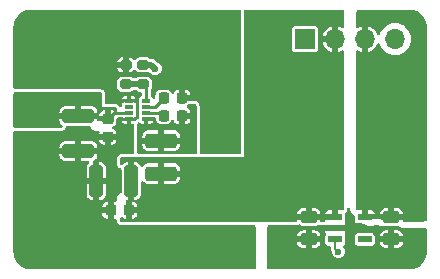
<source format=gtl>
G04 #@! TF.GenerationSoftware,KiCad,Pcbnew,8.0.8*
G04 #@! TF.CreationDate,2025-05-20T11:36:56-04:00*
G04 #@! TF.ProjectId,project-TPS62933-breakout,70726f6a-6563-4742-9d54-505336323933,rev?*
G04 #@! TF.SameCoordinates,Original*
G04 #@! TF.FileFunction,Copper,L1,Top*
G04 #@! TF.FilePolarity,Positive*
%FSLAX46Y46*%
G04 Gerber Fmt 4.6, Leading zero omitted, Abs format (unit mm)*
G04 Created by KiCad (PCBNEW 8.0.8) date 2025-05-20 11:36:56*
%MOMM*%
%LPD*%
G01*
G04 APERTURE LIST*
G04 Aperture macros list*
%AMRoundRect*
0 Rectangle with rounded corners*
0 $1 Rounding radius*
0 $2 $3 $4 $5 $6 $7 $8 $9 X,Y pos of 4 corners*
0 Add a 4 corners polygon primitive as box body*
4,1,4,$2,$3,$4,$5,$6,$7,$8,$9,$2,$3,0*
0 Add four circle primitives for the rounded corners*
1,1,$1+$1,$2,$3*
1,1,$1+$1,$4,$5*
1,1,$1+$1,$6,$7*
1,1,$1+$1,$8,$9*
0 Add four rect primitives between the rounded corners*
20,1,$1+$1,$2,$3,$4,$5,0*
20,1,$1+$1,$4,$5,$6,$7,0*
20,1,$1+$1,$6,$7,$8,$9,0*
20,1,$1+$1,$8,$9,$2,$3,0*%
G04 Aperture macros list end*
G04 #@! TA.AperFunction,ComponentPad*
%ADD10R,1.700000X1.700000*%
G04 #@! TD*
G04 #@! TA.AperFunction,ComponentPad*
%ADD11O,1.700000X1.700000*%
G04 #@! TD*
G04 #@! TA.AperFunction,SMDPad,CuDef*
%ADD12RoundRect,0.250000X0.325000X1.100000X-0.325000X1.100000X-0.325000X-1.100000X0.325000X-1.100000X0*%
G04 #@! TD*
G04 #@! TA.AperFunction,SMDPad,CuDef*
%ADD13RoundRect,0.088500X-0.516500X-0.206500X0.516500X-0.206500X0.516500X0.206500X-0.516500X0.206500X0*%
G04 #@! TD*
G04 #@! TA.AperFunction,SMDPad,CuDef*
%ADD14RoundRect,0.200000X-0.275000X0.200000X-0.275000X-0.200000X0.275000X-0.200000X0.275000X0.200000X0*%
G04 #@! TD*
G04 #@! TA.AperFunction,SMDPad,CuDef*
%ADD15RoundRect,0.250000X-1.100000X0.325000X-1.100000X-0.325000X1.100000X-0.325000X1.100000X0.325000X0*%
G04 #@! TD*
G04 #@! TA.AperFunction,SMDPad,CuDef*
%ADD16RoundRect,0.225000X-0.250000X0.225000X-0.250000X-0.225000X0.250000X-0.225000X0.250000X0.225000X0*%
G04 #@! TD*
G04 #@! TA.AperFunction,SMDPad,CuDef*
%ADD17RoundRect,0.250000X-0.475000X0.250000X-0.475000X-0.250000X0.475000X-0.250000X0.475000X0.250000X0*%
G04 #@! TD*
G04 #@! TA.AperFunction,SMDPad,CuDef*
%ADD18R,0.660000X0.320000*%
G04 #@! TD*
G04 #@! TA.AperFunction,SMDPad,CuDef*
%ADD19RoundRect,0.250000X-1.075000X0.375000X-1.075000X-0.375000X1.075000X-0.375000X1.075000X0.375000X0*%
G04 #@! TD*
G04 #@! TA.AperFunction,SMDPad,CuDef*
%ADD20RoundRect,0.225000X0.225000X0.250000X-0.225000X0.250000X-0.225000X-0.250000X0.225000X-0.250000X0*%
G04 #@! TD*
G04 #@! TA.AperFunction,SMDPad,CuDef*
%ADD21RoundRect,0.225000X-0.225000X-0.250000X0.225000X-0.250000X0.225000X0.250000X-0.225000X0.250000X0*%
G04 #@! TD*
G04 #@! TA.AperFunction,SMDPad,CuDef*
%ADD22RoundRect,0.200000X0.275000X-0.200000X0.275000X0.200000X-0.275000X0.200000X-0.275000X-0.200000X0*%
G04 #@! TD*
G04 #@! TA.AperFunction,ViaPad*
%ADD23C,0.600000*%
G04 #@! TD*
G04 #@! TA.AperFunction,Conductor*
%ADD24C,0.200000*%
G04 #@! TD*
G04 #@! TA.AperFunction,Conductor*
%ADD25C,0.500000*%
G04 #@! TD*
G04 #@! TA.AperFunction,Conductor*
%ADD26C,0.260000*%
G04 #@! TD*
G04 APERTURE END LIST*
D10*
X48200000Y-21000000D03*
D11*
X50740000Y-21000000D03*
X53280000Y-21000000D03*
X55820000Y-21000000D03*
D12*
X33475000Y-33000000D03*
X30525000Y-33000000D03*
D13*
X50745000Y-36050000D03*
X50745000Y-37000000D03*
X50745000Y-37950000D03*
X53255000Y-37950000D03*
X53255000Y-36050000D03*
D14*
X34500000Y-23175000D03*
X34500000Y-24825000D03*
D15*
X29000000Y-27525000D03*
X29000000Y-30475000D03*
D16*
X31500000Y-27725000D03*
X31500000Y-29275000D03*
D17*
X55500000Y-36050000D03*
X55500000Y-37950000D03*
D18*
X33265000Y-26250000D03*
X33265000Y-26750000D03*
X33265000Y-27250000D03*
X33265000Y-27750000D03*
X34735000Y-27750000D03*
X34735000Y-27250000D03*
X34735000Y-26750000D03*
X34735000Y-26250000D03*
D19*
X36000000Y-29600000D03*
X36000000Y-32400000D03*
D20*
X33275000Y-35500000D03*
X31725000Y-35500000D03*
D21*
X36225000Y-26000000D03*
X37775000Y-26000000D03*
D22*
X33000000Y-24825000D03*
X33000000Y-23175000D03*
D17*
X48500000Y-36050000D03*
X48500000Y-37950000D03*
D21*
X36225000Y-27500000D03*
X37775000Y-27500000D03*
D23*
X32000000Y-26000000D03*
X31500000Y-23000000D03*
X56250000Y-39000000D03*
X56750000Y-38000000D03*
X54750000Y-39000000D03*
X32000000Y-34000000D03*
X25000000Y-36000000D03*
X54250000Y-37000000D03*
X25000000Y-31000000D03*
X31500000Y-24500000D03*
X33000000Y-29500000D03*
X32000000Y-32000000D03*
X25000000Y-20000000D03*
X30000000Y-29000000D03*
X29000000Y-34000000D03*
X29000000Y-33000000D03*
X52000000Y-36000000D03*
X42000000Y-29000000D03*
X32000000Y-30500000D03*
X25000000Y-24000000D03*
X35000000Y-39000000D03*
X52000000Y-37000000D03*
X33000000Y-22000000D03*
X47750000Y-39000000D03*
X47250000Y-38000000D03*
X39000000Y-25500000D03*
X53250000Y-37000000D03*
X29000000Y-32000000D03*
X48500000Y-39000000D03*
X42000000Y-25000000D03*
X28000000Y-29000000D03*
X52000000Y-38000000D03*
X33000000Y-20000000D03*
X41000000Y-39000000D03*
X33000000Y-28500000D03*
X29000000Y-29000000D03*
X31000000Y-30500000D03*
X32000000Y-33000000D03*
X49250000Y-39000000D03*
X42000000Y-20000000D03*
X55500000Y-39000000D03*
X38000000Y-24500000D03*
X28000000Y-39000000D03*
X35500000Y-34000000D03*
X51000000Y-39000000D03*
X35500000Y-23500000D03*
X51000000Y-35000000D03*
X27000000Y-26000000D03*
X25000000Y-28000000D03*
X25000000Y-27000000D03*
X27000000Y-27000000D03*
X26000000Y-28000000D03*
X26000000Y-27000000D03*
X25000000Y-26000000D03*
X26000000Y-26000000D03*
X27000000Y-28000000D03*
D24*
X50745000Y-35255000D02*
X51000000Y-35000000D01*
X50745000Y-36050000D02*
X50745000Y-35255000D01*
X50745000Y-38745000D02*
X51000000Y-39000000D01*
D25*
X34500000Y-23175000D02*
X35175000Y-23175000D01*
D24*
X50745000Y-37950000D02*
X50745000Y-38745000D01*
D25*
X35175000Y-23175000D02*
X35500000Y-23500000D01*
D26*
X31975000Y-27250000D02*
X31500000Y-27725000D01*
X33265000Y-27250000D02*
X31975000Y-27250000D01*
X35475000Y-26750000D02*
X36225000Y-26000000D01*
X34735000Y-26750000D02*
X35475000Y-26750000D01*
X35975000Y-27250000D02*
X36225000Y-27500000D01*
X34735000Y-27250000D02*
X35975000Y-27250000D01*
X34735000Y-25060000D02*
X34500000Y-24825000D01*
X34735000Y-26250000D02*
X34735000Y-25060000D01*
D25*
X33000000Y-24825000D02*
X34500000Y-24825000D01*
G04 #@! TA.AperFunction,Conductor*
G36*
X51971063Y-35332388D02*
G01*
X51999815Y-35395343D01*
X51999965Y-35395319D01*
X52000053Y-35395865D01*
X52000089Y-35395943D01*
X52000228Y-35396943D01*
X52008885Y-35450367D01*
X52008885Y-35450369D01*
X52059166Y-35585174D01*
X52059168Y-35585179D01*
X52092653Y-35646502D01*
X52178877Y-35761683D01*
X52178881Y-35761687D01*
X52178886Y-35761693D01*
X52243691Y-35826498D01*
X52243707Y-35826513D01*
X52296976Y-35872815D01*
X52324569Y-35893603D01*
X52324573Y-35893606D01*
X52324575Y-35893607D01*
X52343015Y-35905577D01*
X52388528Y-35958589D01*
X52399500Y-36009585D01*
X52399500Y-36296220D01*
X52399501Y-36296226D01*
X52405999Y-36345593D01*
X52456523Y-36453942D01*
X52541058Y-36538477D01*
X52644080Y-36586517D01*
X52649405Y-36589000D01*
X52649406Y-36589001D01*
X52656890Y-36589986D01*
X52698773Y-36595500D01*
X52985776Y-36595499D01*
X53049593Y-36613182D01*
X53104873Y-36646364D01*
X53165534Y-36671854D01*
X53167529Y-36672771D01*
X53169286Y-36673431D01*
X53169290Y-36673433D01*
X53252862Y-36695218D01*
X53296698Y-36706645D01*
X53308518Y-36709726D01*
X53308525Y-36709726D01*
X53310045Y-36710009D01*
X53328378Y-36714887D01*
X53432540Y-36751335D01*
X53432565Y-36751343D01*
X53438188Y-36753151D01*
X53450876Y-36758012D01*
X53463165Y-36763511D01*
X53470369Y-36766735D01*
X53470371Y-36766735D01*
X53470372Y-36766736D01*
X53536345Y-36785743D01*
X53676289Y-36805500D01*
X53676297Y-36805500D01*
X53823705Y-36805500D01*
X53823711Y-36805500D01*
X53963657Y-36785742D01*
X54029629Y-36766735D01*
X54047045Y-36758940D01*
X54056718Y-36755092D01*
X54067433Y-36751342D01*
X54067434Y-36751343D01*
X54170760Y-36715186D01*
X54197820Y-36709011D01*
X54236118Y-36704696D01*
X54263880Y-36704696D01*
X54302175Y-36709010D01*
X54329239Y-36715187D01*
X54432565Y-36751343D01*
X54443276Y-36755091D01*
X54452968Y-36758947D01*
X54470373Y-36766736D01*
X54470380Y-36766738D01*
X54536335Y-36785740D01*
X54536338Y-36785740D01*
X54536347Y-36785743D01*
X54676289Y-36805500D01*
X56094619Y-36805500D01*
X56161658Y-36825185D01*
X56175815Y-36835782D01*
X56256350Y-36905567D01*
X56387227Y-36965338D01*
X56454266Y-36985023D01*
X56454270Y-36985024D01*
X56596686Y-37005500D01*
X56596689Y-37005500D01*
X57993890Y-37005500D01*
X57993907Y-37005500D01*
X58018707Y-37004891D01*
X58030861Y-37004294D01*
X58055610Y-37002469D01*
X58232483Y-36985048D01*
X58281547Y-36977770D01*
X58305388Y-36973028D01*
X58345372Y-36963013D01*
X58415184Y-36965819D01*
X58472398Y-37005923D01*
X58498847Y-37070593D01*
X58499500Y-37083297D01*
X58499500Y-38995572D01*
X58499184Y-39004419D01*
X58484869Y-39204557D01*
X58482351Y-39222068D01*
X58440646Y-39413787D01*
X58435662Y-39430763D01*
X58367090Y-39614609D01*
X58359740Y-39630701D01*
X58265711Y-39802904D01*
X58256146Y-39817789D01*
X58138558Y-39974867D01*
X58126972Y-39988237D01*
X57988237Y-40126972D01*
X57974867Y-40138558D01*
X57817789Y-40256146D01*
X57802904Y-40265711D01*
X57630701Y-40359740D01*
X57614609Y-40367090D01*
X57430763Y-40435662D01*
X57413787Y-40440646D01*
X57222068Y-40482351D01*
X57204557Y-40484869D01*
X57023779Y-40497799D01*
X57004417Y-40499184D01*
X56995572Y-40499500D01*
X45124000Y-40499500D01*
X45056961Y-40479815D01*
X45011206Y-40427011D01*
X45000000Y-40375500D01*
X45000000Y-38247844D01*
X47525000Y-38247844D01*
X47531401Y-38307372D01*
X47531403Y-38307379D01*
X47581645Y-38442086D01*
X47581649Y-38442093D01*
X47667809Y-38557187D01*
X47667812Y-38557190D01*
X47782906Y-38643350D01*
X47782913Y-38643354D01*
X47917620Y-38693596D01*
X47917627Y-38693598D01*
X47977155Y-38699999D01*
X47977172Y-38700000D01*
X48250000Y-38700000D01*
X48750000Y-38700000D01*
X49022828Y-38700000D01*
X49022844Y-38699999D01*
X49082372Y-38693598D01*
X49082379Y-38693596D01*
X49217086Y-38643354D01*
X49217093Y-38643350D01*
X49332187Y-38557190D01*
X49332190Y-38557187D01*
X49418350Y-38442093D01*
X49418354Y-38442086D01*
X49468596Y-38307379D01*
X49468598Y-38307372D01*
X49474999Y-38247844D01*
X49475000Y-38247827D01*
X49475000Y-38200000D01*
X48750000Y-38200000D01*
X48750000Y-38700000D01*
X48250000Y-38700000D01*
X48250000Y-38200000D01*
X47525000Y-38200000D01*
X47525000Y-38247844D01*
X45000000Y-38247844D01*
X45000000Y-37703772D01*
X49889500Y-37703772D01*
X49889500Y-38196220D01*
X49889501Y-38196226D01*
X49895999Y-38245593D01*
X49896000Y-38245595D01*
X49896000Y-38245596D01*
X49924807Y-38307372D01*
X49946523Y-38353942D01*
X50031058Y-38438477D01*
X50139403Y-38488999D01*
X50139405Y-38489000D01*
X50139406Y-38489001D01*
X50146890Y-38489986D01*
X50188773Y-38495500D01*
X50270501Y-38495499D01*
X50337538Y-38515183D01*
X50383294Y-38567986D01*
X50394500Y-38619499D01*
X50394500Y-38791143D01*
X50416888Y-38874697D01*
X50416889Y-38874700D01*
X50418386Y-38880290D01*
X50431641Y-38903247D01*
X50448115Y-38971147D01*
X50447194Y-38981432D01*
X50444750Y-38999997D01*
X50444750Y-39000000D01*
X50463670Y-39143708D01*
X50463671Y-39143712D01*
X50519137Y-39277622D01*
X50519138Y-39277624D01*
X50519139Y-39277625D01*
X50607379Y-39392621D01*
X50722375Y-39480861D01*
X50856291Y-39536330D01*
X50983280Y-39553048D01*
X50999999Y-39555250D01*
X51000000Y-39555250D01*
X51000001Y-39555250D01*
X51014977Y-39553278D01*
X51143709Y-39536330D01*
X51277625Y-39480861D01*
X51392621Y-39392621D01*
X51480861Y-39277625D01*
X51536330Y-39143709D01*
X51555250Y-39000000D01*
X51536330Y-38856291D01*
X51480861Y-38722375D01*
X51408700Y-38628333D01*
X51383507Y-38563167D01*
X51397545Y-38494722D01*
X51446359Y-38444732D01*
X51454649Y-38440478D01*
X51458942Y-38438477D01*
X51543477Y-38353942D01*
X51594001Y-38245593D01*
X51600500Y-38196227D01*
X51600499Y-37703774D01*
X51600499Y-37703772D01*
X52399500Y-37703772D01*
X52399500Y-38196220D01*
X52399501Y-38196226D01*
X52405999Y-38245593D01*
X52406000Y-38245595D01*
X52406000Y-38245596D01*
X52434807Y-38307372D01*
X52456523Y-38353942D01*
X52541058Y-38438477D01*
X52649403Y-38488999D01*
X52649405Y-38489000D01*
X52649406Y-38489001D01*
X52655905Y-38489856D01*
X52698773Y-38495500D01*
X53811226Y-38495499D01*
X53860593Y-38489001D01*
X53968942Y-38438477D01*
X54053477Y-38353942D01*
X54102951Y-38247844D01*
X54525000Y-38247844D01*
X54531401Y-38307372D01*
X54531403Y-38307379D01*
X54581645Y-38442086D01*
X54581649Y-38442093D01*
X54667809Y-38557187D01*
X54667812Y-38557190D01*
X54782906Y-38643350D01*
X54782913Y-38643354D01*
X54917620Y-38693596D01*
X54917627Y-38693598D01*
X54977155Y-38699999D01*
X54977172Y-38700000D01*
X55250000Y-38700000D01*
X55750000Y-38700000D01*
X56022828Y-38700000D01*
X56022844Y-38699999D01*
X56082372Y-38693598D01*
X56082379Y-38693596D01*
X56217086Y-38643354D01*
X56217093Y-38643350D01*
X56332187Y-38557190D01*
X56332190Y-38557187D01*
X56418350Y-38442093D01*
X56418354Y-38442086D01*
X56468596Y-38307379D01*
X56468598Y-38307372D01*
X56474999Y-38247844D01*
X56475000Y-38247827D01*
X56475000Y-38200000D01*
X55750000Y-38200000D01*
X55750000Y-38700000D01*
X55250000Y-38700000D01*
X55250000Y-38200000D01*
X54525000Y-38200000D01*
X54525000Y-38247844D01*
X54102951Y-38247844D01*
X54104001Y-38245593D01*
X54110500Y-38196227D01*
X54110499Y-37703774D01*
X54104001Y-37654407D01*
X54102951Y-37652155D01*
X54525000Y-37652155D01*
X54525000Y-37700000D01*
X55250000Y-37700000D01*
X55750000Y-37700000D01*
X56475000Y-37700000D01*
X56475000Y-37652172D01*
X56474999Y-37652155D01*
X56468598Y-37592627D01*
X56468596Y-37592620D01*
X56418354Y-37457913D01*
X56418350Y-37457906D01*
X56332190Y-37342812D01*
X56332187Y-37342809D01*
X56217093Y-37256649D01*
X56217086Y-37256645D01*
X56082379Y-37206403D01*
X56082372Y-37206401D01*
X56022844Y-37200000D01*
X55750000Y-37200000D01*
X55750000Y-37700000D01*
X55250000Y-37700000D01*
X55250000Y-37200000D01*
X54977155Y-37200000D01*
X54917627Y-37206401D01*
X54917620Y-37206403D01*
X54782913Y-37256645D01*
X54782906Y-37256649D01*
X54667812Y-37342809D01*
X54667809Y-37342812D01*
X54581649Y-37457906D01*
X54581645Y-37457913D01*
X54531403Y-37592620D01*
X54531401Y-37592627D01*
X54525000Y-37652155D01*
X54102951Y-37652155D01*
X54053477Y-37546058D01*
X53968942Y-37461523D01*
X53961185Y-37457906D01*
X53860594Y-37410999D01*
X53860593Y-37410998D01*
X53811227Y-37404500D01*
X52698779Y-37404500D01*
X52683129Y-37406560D01*
X52649407Y-37410999D01*
X52649405Y-37411000D01*
X52649403Y-37411000D01*
X52541057Y-37461523D01*
X52456523Y-37546057D01*
X52405999Y-37654405D01*
X52405998Y-37654406D01*
X52399500Y-37703772D01*
X51600499Y-37703772D01*
X51594001Y-37654407D01*
X51543477Y-37546058D01*
X51543476Y-37546057D01*
X51543214Y-37545683D01*
X51542984Y-37545001D01*
X51538892Y-37536226D01*
X51539870Y-37535769D01*
X51520885Y-37479477D01*
X51537894Y-37411709D01*
X51543029Y-37403717D01*
X51593509Y-37295462D01*
X51593510Y-37295460D01*
X51599495Y-37250000D01*
X49890507Y-37250000D01*
X49896491Y-37295463D01*
X49896491Y-37295465D01*
X49951524Y-37413483D01*
X49950359Y-37414026D01*
X49969114Y-37469641D01*
X49952103Y-37537408D01*
X49946791Y-37545675D01*
X49946523Y-37546056D01*
X49895999Y-37654405D01*
X49895998Y-37654406D01*
X49889500Y-37703772D01*
X45000000Y-37703772D01*
X45000000Y-37652155D01*
X47525000Y-37652155D01*
X47525000Y-37700000D01*
X48250000Y-37700000D01*
X48750000Y-37700000D01*
X49475000Y-37700000D01*
X49475000Y-37652172D01*
X49474999Y-37652155D01*
X49468598Y-37592627D01*
X49468596Y-37592620D01*
X49418354Y-37457913D01*
X49418350Y-37457906D01*
X49332190Y-37342812D01*
X49332187Y-37342809D01*
X49217093Y-37256649D01*
X49217086Y-37256645D01*
X49082379Y-37206403D01*
X49082372Y-37206401D01*
X49022844Y-37200000D01*
X48750000Y-37200000D01*
X48750000Y-37700000D01*
X48250000Y-37700000D01*
X48250000Y-37200000D01*
X47977155Y-37200000D01*
X47917627Y-37206401D01*
X47917620Y-37206403D01*
X47782913Y-37256645D01*
X47782906Y-37256649D01*
X47667812Y-37342809D01*
X47667809Y-37342812D01*
X47581649Y-37457906D01*
X47581645Y-37457913D01*
X47531403Y-37592620D01*
X47531401Y-37592627D01*
X47525000Y-37652155D01*
X45000000Y-37652155D01*
X45000000Y-36879500D01*
X45019685Y-36812461D01*
X45072489Y-36766706D01*
X45124000Y-36755500D01*
X47403312Y-36755500D01*
X47403314Y-36755500D01*
X47403316Y-36755499D01*
X47403325Y-36755499D01*
X47437112Y-36750948D01*
X47470911Y-36746396D01*
X47534186Y-36729037D01*
X47572730Y-36715051D01*
X47586203Y-36705335D01*
X47652086Y-36682089D01*
X47720084Y-36698154D01*
X47733041Y-36706645D01*
X47782664Y-36743793D01*
X47782671Y-36743797D01*
X47917517Y-36794091D01*
X47917516Y-36794091D01*
X47924444Y-36794835D01*
X47977127Y-36800500D01*
X49022872Y-36800499D01*
X49082483Y-36794091D01*
X49217331Y-36743796D01*
X49268053Y-36705825D01*
X49333515Y-36681408D01*
X49399838Y-36695217D01*
X49421339Y-36706464D01*
X49457659Y-36725464D01*
X49457663Y-36725466D01*
X49507791Y-36740184D01*
X49524701Y-36745150D01*
X49524705Y-36745150D01*
X49524707Y-36745151D01*
X49533353Y-36746394D01*
X49596686Y-36755500D01*
X49596687Y-36755500D01*
X49776244Y-36755500D01*
X49794185Y-36754869D01*
X49806125Y-36754027D01*
X49811589Y-36753642D01*
X49811590Y-36753641D01*
X49817032Y-36752767D01*
X49817075Y-36753039D01*
X49841426Y-36750000D01*
X51599493Y-36750000D01*
X51599493Y-36749999D01*
X51593508Y-36704536D01*
X51593508Y-36704534D01*
X51538476Y-36586517D01*
X51539640Y-36585973D01*
X51520885Y-36530361D01*
X51537894Y-36462594D01*
X51543217Y-36454311D01*
X51543469Y-36453949D01*
X51543477Y-36453942D01*
X51594001Y-36345593D01*
X51600500Y-36296227D01*
X51600499Y-35803774D01*
X51595857Y-35768508D01*
X51606623Y-35699474D01*
X51637593Y-35658613D01*
X51647632Y-35649915D01*
X51679257Y-35617141D01*
X51725465Y-35528806D01*
X51745150Y-35461767D01*
X51754613Y-35395945D01*
X51783637Y-35332391D01*
X51842414Y-35294615D01*
X51912284Y-35294614D01*
X51971063Y-35332388D01*
G37*
G04 #@! TD.AperFunction*
G04 #@! TA.AperFunction,Conductor*
G36*
X42687539Y-18520185D02*
G01*
X42733294Y-18572989D01*
X42744500Y-18624500D01*
X42744500Y-30620500D01*
X42724815Y-30687539D01*
X42672011Y-30733294D01*
X42620500Y-30744500D01*
X39379500Y-30744500D01*
X39312461Y-30724815D01*
X39266706Y-30672011D01*
X39255500Y-30620500D01*
X39255500Y-26624000D01*
X39249661Y-26569687D01*
X39238455Y-26518176D01*
X39231219Y-26491802D01*
X39231216Y-26491796D01*
X39181894Y-26405181D01*
X39181890Y-26405176D01*
X39181888Y-26405172D01*
X39150597Y-26369061D01*
X39136136Y-26352371D01*
X39103359Y-26320743D01*
X39015022Y-26274534D01*
X39015022Y-26274533D01*
X38947990Y-26254851D01*
X38947978Y-26254848D01*
X38876001Y-26244500D01*
X38876000Y-26244500D01*
X38403110Y-26244500D01*
X38403109Y-26244500D01*
X38375814Y-26245963D01*
X38375809Y-26245963D01*
X38375797Y-26245964D01*
X38375789Y-26245964D01*
X38375760Y-26245967D01*
X38344871Y-26249289D01*
X38331614Y-26250000D01*
X37899000Y-26250000D01*
X37831961Y-26230315D01*
X37786206Y-26177511D01*
X37775000Y-26126000D01*
X37775000Y-26000000D01*
X37649000Y-26000000D01*
X37581961Y-25980315D01*
X37536206Y-25927511D01*
X37525000Y-25876000D01*
X37525000Y-25750000D01*
X38025000Y-25750000D01*
X38474999Y-25750000D01*
X38474999Y-25704566D01*
X38474998Y-25704560D01*
X38468918Y-25647992D01*
X38421186Y-25520018D01*
X38421184Y-25520015D01*
X38339329Y-25410670D01*
X38229984Y-25328815D01*
X38229983Y-25328814D01*
X38102010Y-25281083D01*
X38045428Y-25275000D01*
X38025000Y-25275000D01*
X38025000Y-25750000D01*
X37525000Y-25750000D01*
X37525000Y-25274999D01*
X37504579Y-25275000D01*
X37504560Y-25275001D01*
X37447993Y-25281081D01*
X37320018Y-25328813D01*
X37320015Y-25328815D01*
X37210670Y-25410670D01*
X37128815Y-25520015D01*
X37128811Y-25520023D01*
X37116447Y-25553172D01*
X37074576Y-25609106D01*
X37009111Y-25633522D01*
X36940838Y-25618670D01*
X36891433Y-25569264D01*
X36884089Y-25553183D01*
X36871628Y-25519774D01*
X36789687Y-25410313D01*
X36705311Y-25347150D01*
X36680228Y-25328373D01*
X36680226Y-25328372D01*
X36552114Y-25280588D01*
X36552112Y-25280587D01*
X36552110Y-25280587D01*
X36495493Y-25274500D01*
X35954518Y-25274500D01*
X35954509Y-25274501D01*
X35897885Y-25280587D01*
X35769773Y-25328372D01*
X35660313Y-25410313D01*
X35578373Y-25519771D01*
X35530587Y-25647889D01*
X35524500Y-25704498D01*
X35524500Y-25918028D01*
X35504815Y-25985067D01*
X35452011Y-26030822D01*
X35382853Y-26040766D01*
X35319297Y-26011741D01*
X35297398Y-25986919D01*
X35276416Y-25955518D01*
X35245601Y-25909399D01*
X35195615Y-25876000D01*
X35170609Y-25859291D01*
X35125804Y-25805679D01*
X35115500Y-25756189D01*
X35115500Y-25363089D01*
X35135185Y-25296050D01*
X35139730Y-25289455D01*
X35145909Y-25281083D01*
X35177793Y-25237882D01*
X35218867Y-25120500D01*
X35222646Y-25109701D01*
X35222646Y-25109699D01*
X35225500Y-25079269D01*
X35225500Y-24570730D01*
X35222646Y-24540300D01*
X35222646Y-24540298D01*
X35177793Y-24412119D01*
X35177792Y-24412117D01*
X35097150Y-24302850D01*
X34987882Y-24222207D01*
X34987880Y-24222206D01*
X34859700Y-24177353D01*
X34829270Y-24174500D01*
X34829266Y-24174500D01*
X34170734Y-24174500D01*
X34170730Y-24174500D01*
X34140300Y-24177353D01*
X34140298Y-24177353D01*
X34012119Y-24222206D01*
X34012113Y-24222209D01*
X33906345Y-24300270D01*
X33840716Y-24324241D01*
X33832712Y-24324500D01*
X33667288Y-24324500D01*
X33600249Y-24304815D01*
X33593655Y-24300270D01*
X33487886Y-24222209D01*
X33487880Y-24222206D01*
X33359700Y-24177353D01*
X33329270Y-24174500D01*
X33329266Y-24174500D01*
X32670734Y-24174500D01*
X32670730Y-24174500D01*
X32640300Y-24177353D01*
X32640298Y-24177353D01*
X32512119Y-24222206D01*
X32512117Y-24222207D01*
X32402850Y-24302850D01*
X32322207Y-24412117D01*
X32322206Y-24412119D01*
X32277353Y-24540298D01*
X32277353Y-24540300D01*
X32274500Y-24570730D01*
X32274500Y-25079269D01*
X32277353Y-25109699D01*
X32277353Y-25109701D01*
X32322206Y-25237880D01*
X32322207Y-25237882D01*
X32402850Y-25347150D01*
X32512118Y-25427793D01*
X32554845Y-25442744D01*
X32640299Y-25472646D01*
X32670730Y-25475500D01*
X32670734Y-25475500D01*
X33329270Y-25475500D01*
X33359699Y-25472646D01*
X33359701Y-25472646D01*
X33423790Y-25450219D01*
X33487882Y-25427793D01*
X33511567Y-25410313D01*
X33593655Y-25349730D01*
X33659284Y-25325759D01*
X33667288Y-25325500D01*
X33832712Y-25325500D01*
X33899751Y-25345185D01*
X33906345Y-25349730D01*
X34012113Y-25427790D01*
X34012115Y-25427791D01*
X34012118Y-25427793D01*
X34054845Y-25442744D01*
X34140299Y-25472646D01*
X34170730Y-25475500D01*
X34170734Y-25475500D01*
X34230500Y-25475500D01*
X34297539Y-25495185D01*
X34343294Y-25547989D01*
X34354500Y-25599500D01*
X34354500Y-25756189D01*
X34334815Y-25823228D01*
X34299391Y-25859291D01*
X34224399Y-25909398D01*
X34169033Y-25992260D01*
X34169032Y-25992264D01*
X34154500Y-26065321D01*
X34154500Y-26434673D01*
X34162682Y-26475811D01*
X34162682Y-26524189D01*
X34154500Y-26565326D01*
X34154500Y-26934673D01*
X34162682Y-26975811D01*
X34162682Y-27024189D01*
X34154500Y-27065326D01*
X34154500Y-27434673D01*
X34162682Y-27475811D01*
X34162682Y-27524189D01*
X34154500Y-27565326D01*
X34154500Y-27672475D01*
X34134815Y-27739514D01*
X34082011Y-27785269D01*
X34048151Y-27795212D01*
X34036131Y-27796940D01*
X34036115Y-27796943D01*
X33991807Y-27807414D01*
X33991799Y-27807417D01*
X33905177Y-27856743D01*
X33905167Y-27856750D01*
X33878667Y-27879713D01*
X33815112Y-27908738D01*
X33797465Y-27910000D01*
X33425000Y-27910000D01*
X33425000Y-28160000D01*
X33620500Y-28160000D01*
X33687539Y-28179685D01*
X33733294Y-28232489D01*
X33744500Y-28284000D01*
X33744500Y-30620500D01*
X33724815Y-30687539D01*
X33672011Y-30733294D01*
X33620500Y-30744500D01*
X32623997Y-30744500D01*
X32569687Y-30750338D01*
X32518181Y-30761543D01*
X32518172Y-30761546D01*
X32491807Y-30768779D01*
X32491796Y-30768783D01*
X32405181Y-30818105D01*
X32405173Y-30818111D01*
X32352371Y-30863863D01*
X32320743Y-30896640D01*
X32274534Y-30984977D01*
X32274533Y-30984977D01*
X32254851Y-31052009D01*
X32254848Y-31052021D01*
X32244500Y-31123998D01*
X32244500Y-31124000D01*
X32244500Y-31561398D01*
X32245348Y-31577244D01*
X32245962Y-31588694D01*
X32245963Y-31588708D01*
X32248795Y-31615058D01*
X32248796Y-31615064D01*
X32278584Y-31710198D01*
X32278587Y-31710205D01*
X32312068Y-31771522D01*
X32312075Y-31771534D01*
X32337370Y-31809390D01*
X32337372Y-31809392D01*
X32413865Y-31873322D01*
X32475187Y-31906808D01*
X32516952Y-31924988D01*
X32535769Y-31927351D01*
X32540953Y-31928003D01*
X32605017Y-31955888D01*
X32643835Y-32013983D01*
X32649500Y-32051036D01*
X32649500Y-33949160D01*
X32629815Y-34016199D01*
X32577011Y-34061954D01*
X32543152Y-34071897D01*
X32536129Y-34072907D01*
X32536115Y-34072909D01*
X32491807Y-34083380D01*
X32491799Y-34083383D01*
X32405177Y-34132709D01*
X32405173Y-34132712D01*
X32352371Y-34178464D01*
X32320743Y-34211241D01*
X32274534Y-34299578D01*
X32274533Y-34299578D01*
X32254851Y-34366610D01*
X32254848Y-34366622D01*
X32244500Y-34438599D01*
X32244500Y-34674283D01*
X32224815Y-34741322D01*
X32172011Y-34787077D01*
X32102853Y-34797021D01*
X32077168Y-34790466D01*
X32052010Y-34781083D01*
X31995428Y-34775000D01*
X31975000Y-34775000D01*
X31975000Y-36224999D01*
X31995433Y-36224999D01*
X31995439Y-36224998D01*
X32052004Y-36218918D01*
X32077163Y-36209534D01*
X32146855Y-36204548D01*
X32208179Y-36238031D01*
X32241666Y-36299354D01*
X32244500Y-36325715D01*
X32244500Y-36376002D01*
X32250338Y-36430312D01*
X32261543Y-36481818D01*
X32261546Y-36481827D01*
X32268779Y-36508192D01*
X32268783Y-36508203D01*
X32318105Y-36594818D01*
X32318110Y-36594825D01*
X32318112Y-36594828D01*
X32327449Y-36605603D01*
X32363863Y-36647628D01*
X32363866Y-36647631D01*
X32363867Y-36647632D01*
X32396641Y-36679257D01*
X32484976Y-36725465D01*
X32484977Y-36725465D01*
X32484977Y-36725466D01*
X32535105Y-36740184D01*
X32552015Y-36745150D01*
X32552019Y-36745150D01*
X32552021Y-36745151D01*
X32560681Y-36746396D01*
X32624000Y-36755500D01*
X32624001Y-36755500D01*
X43876000Y-36755500D01*
X43943039Y-36775185D01*
X43988794Y-36827989D01*
X44000000Y-36879500D01*
X44000000Y-40375500D01*
X43980315Y-40442539D01*
X43927511Y-40488294D01*
X43876000Y-40499500D01*
X25004428Y-40499500D01*
X24995582Y-40499184D01*
X24973622Y-40497613D01*
X24795442Y-40484869D01*
X24777931Y-40482351D01*
X24586212Y-40440646D01*
X24569236Y-40435662D01*
X24385390Y-40367090D01*
X24369298Y-40359740D01*
X24197095Y-40265711D01*
X24182210Y-40256146D01*
X24025132Y-40138558D01*
X24011762Y-40126972D01*
X23873027Y-39988237D01*
X23861441Y-39974867D01*
X23743849Y-39817784D01*
X23734288Y-39802904D01*
X23640259Y-39630701D01*
X23632909Y-39614609D01*
X23572091Y-39451551D01*
X23564334Y-39430755D01*
X23559355Y-39413797D01*
X23517647Y-39222063D01*
X23515130Y-39204556D01*
X23500816Y-39004418D01*
X23500500Y-38995572D01*
X23500500Y-35795439D01*
X31025001Y-35795439D01*
X31031081Y-35852007D01*
X31078813Y-35979981D01*
X31078815Y-35979984D01*
X31160670Y-36089329D01*
X31270015Y-36171184D01*
X31270016Y-36171185D01*
X31397991Y-36218917D01*
X31397995Y-36218918D01*
X31454554Y-36224999D01*
X31475000Y-36224998D01*
X31475000Y-35750000D01*
X31025001Y-35750000D01*
X31025001Y-35795439D01*
X23500500Y-35795439D01*
X23500500Y-35204571D01*
X31025000Y-35204571D01*
X31025000Y-35250000D01*
X31475000Y-35250000D01*
X31475000Y-34774999D01*
X31454579Y-34775000D01*
X31454560Y-34775001D01*
X31397993Y-34781081D01*
X31270018Y-34828813D01*
X31270015Y-34828815D01*
X31160670Y-34910670D01*
X31078815Y-35020015D01*
X31078814Y-35020016D01*
X31031083Y-35147989D01*
X31025000Y-35204571D01*
X23500500Y-35204571D01*
X23500500Y-34147844D01*
X29700000Y-34147844D01*
X29706401Y-34207372D01*
X29706403Y-34207379D01*
X29756645Y-34342086D01*
X29756649Y-34342093D01*
X29842809Y-34457187D01*
X29842812Y-34457190D01*
X29957906Y-34543350D01*
X29957913Y-34543354D01*
X30092620Y-34593596D01*
X30092627Y-34593598D01*
X30152155Y-34599999D01*
X30152172Y-34600000D01*
X30275000Y-34600000D01*
X30775000Y-34600000D01*
X30897828Y-34600000D01*
X30897844Y-34599999D01*
X30957372Y-34593598D01*
X30957379Y-34593596D01*
X31092086Y-34543354D01*
X31092093Y-34543350D01*
X31207187Y-34457190D01*
X31207190Y-34457187D01*
X31293350Y-34342093D01*
X31293354Y-34342086D01*
X31343596Y-34207379D01*
X31343598Y-34207372D01*
X31349999Y-34147844D01*
X31350000Y-34147827D01*
X31350000Y-33250000D01*
X30775000Y-33250000D01*
X30775000Y-34600000D01*
X30275000Y-34600000D01*
X30275000Y-33250000D01*
X29700000Y-33250000D01*
X29700000Y-34147844D01*
X23500500Y-34147844D01*
X23500500Y-30847844D01*
X27400000Y-30847844D01*
X27406401Y-30907372D01*
X27406403Y-30907379D01*
X27456645Y-31042086D01*
X27456649Y-31042093D01*
X27542809Y-31157187D01*
X27542812Y-31157190D01*
X27657906Y-31243350D01*
X27657913Y-31243354D01*
X27792620Y-31293596D01*
X27792627Y-31293598D01*
X27852155Y-31299999D01*
X27852172Y-31300000D01*
X28750000Y-31300000D01*
X29250000Y-31300000D01*
X29794608Y-31300000D01*
X29861647Y-31319685D01*
X29907402Y-31372489D01*
X29917346Y-31441647D01*
X29888321Y-31505203D01*
X29868919Y-31523266D01*
X29842812Y-31542809D01*
X29842809Y-31542812D01*
X29756649Y-31657906D01*
X29756645Y-31657913D01*
X29706403Y-31792620D01*
X29706401Y-31792627D01*
X29700000Y-31852155D01*
X29700000Y-32750000D01*
X30275000Y-32750000D01*
X30775000Y-32750000D01*
X31350000Y-32750000D01*
X31350000Y-31852172D01*
X31349999Y-31852155D01*
X31343598Y-31792627D01*
X31343596Y-31792620D01*
X31293354Y-31657913D01*
X31293350Y-31657906D01*
X31207190Y-31542812D01*
X31207187Y-31542809D01*
X31092093Y-31456649D01*
X31092086Y-31456645D01*
X30957379Y-31406403D01*
X30957372Y-31406401D01*
X30897844Y-31400000D01*
X30775000Y-31400000D01*
X30775000Y-32750000D01*
X30275000Y-32750000D01*
X30275000Y-31353559D01*
X30294685Y-31286520D01*
X30335133Y-31248861D01*
X30334989Y-31248669D01*
X30336779Y-31247328D01*
X30339575Y-31244726D01*
X30342091Y-31243351D01*
X30457187Y-31157190D01*
X30457190Y-31157187D01*
X30543350Y-31042093D01*
X30543354Y-31042086D01*
X30593596Y-30907379D01*
X30593598Y-30907372D01*
X30599999Y-30847844D01*
X30600000Y-30847827D01*
X30600000Y-30725000D01*
X29250000Y-30725000D01*
X29250000Y-31300000D01*
X28750000Y-31300000D01*
X28750000Y-30725000D01*
X27400000Y-30725000D01*
X27400000Y-30847844D01*
X23500500Y-30847844D01*
X23500500Y-30102155D01*
X27400000Y-30102155D01*
X27400000Y-30225000D01*
X28750000Y-30225000D01*
X29250000Y-30225000D01*
X30600000Y-30225000D01*
X30600000Y-30102172D01*
X30599999Y-30102155D01*
X30593598Y-30042627D01*
X30593596Y-30042620D01*
X30543354Y-29907913D01*
X30543350Y-29907906D01*
X30457190Y-29792812D01*
X30457187Y-29792809D01*
X30342093Y-29706649D01*
X30342086Y-29706645D01*
X30207379Y-29656403D01*
X30207372Y-29656401D01*
X30147844Y-29650000D01*
X29250000Y-29650000D01*
X29250000Y-30225000D01*
X28750000Y-30225000D01*
X28750000Y-29650000D01*
X27852155Y-29650000D01*
X27792627Y-29656401D01*
X27792620Y-29656403D01*
X27657913Y-29706645D01*
X27657906Y-29706649D01*
X27542812Y-29792809D01*
X27542809Y-29792812D01*
X27456649Y-29907906D01*
X27456645Y-29907913D01*
X27406403Y-30042620D01*
X27406401Y-30042627D01*
X27400000Y-30102155D01*
X23500500Y-30102155D01*
X23500500Y-29545439D01*
X30775001Y-29545439D01*
X30781081Y-29602007D01*
X30828813Y-29729981D01*
X30828815Y-29729984D01*
X30910670Y-29839329D01*
X31020015Y-29921184D01*
X31020016Y-29921185D01*
X31147991Y-29968917D01*
X31147994Y-29968918D01*
X31204555Y-29974999D01*
X31249999Y-29974999D01*
X31750000Y-29974999D01*
X31795433Y-29974999D01*
X31795439Y-29974998D01*
X31852007Y-29968918D01*
X31979981Y-29921186D01*
X31979984Y-29921184D01*
X32089329Y-29839329D01*
X32171184Y-29729984D01*
X32171185Y-29729983D01*
X32218916Y-29602010D01*
X32224999Y-29545428D01*
X32225000Y-29545427D01*
X32225000Y-29525000D01*
X31750000Y-29525000D01*
X31750000Y-29974999D01*
X31249999Y-29974999D01*
X31250000Y-29974998D01*
X31250000Y-29525000D01*
X30775001Y-29525000D01*
X30775001Y-29545439D01*
X23500500Y-29545439D01*
X23500500Y-28879500D01*
X23520185Y-28812461D01*
X23572989Y-28766706D01*
X23624500Y-28755500D01*
X27561400Y-28755500D01*
X27562836Y-28755422D01*
X27588714Y-28754036D01*
X27615071Y-28751202D01*
X27710202Y-28721414D01*
X27771525Y-28687930D01*
X27809395Y-28662627D01*
X27873321Y-28586136D01*
X27873322Y-28586136D01*
X27873324Y-28586133D01*
X27906810Y-28524810D01*
X27914042Y-28508198D01*
X27924990Y-28483047D01*
X27928005Y-28459046D01*
X27955890Y-28394982D01*
X28013985Y-28356164D01*
X28051038Y-28350499D01*
X29949160Y-28350499D01*
X30016199Y-28370184D01*
X30061954Y-28422988D01*
X30071897Y-28456848D01*
X30072906Y-28463868D01*
X30072909Y-28463884D01*
X30083380Y-28508192D01*
X30083383Y-28508200D01*
X30132709Y-28594822D01*
X30132711Y-28594825D01*
X30132713Y-28594828D01*
X30151447Y-28616448D01*
X30178464Y-28647628D01*
X30178467Y-28647631D01*
X30178468Y-28647632D01*
X30211242Y-28679257D01*
X30299577Y-28725465D01*
X30299578Y-28725465D01*
X30299578Y-28725466D01*
X30349706Y-28740184D01*
X30366616Y-28745150D01*
X30366620Y-28745150D01*
X30366622Y-28745151D01*
X30378253Y-28746823D01*
X30438601Y-28755500D01*
X30438602Y-28755500D01*
X30674284Y-28755500D01*
X30741323Y-28775185D01*
X30787078Y-28827989D01*
X30797022Y-28897147D01*
X30790465Y-28922835D01*
X30781083Y-28947987D01*
X30775000Y-29004571D01*
X30775000Y-29025000D01*
X32224999Y-29025000D01*
X32224999Y-29004566D01*
X32224998Y-29004560D01*
X32218918Y-28947992D01*
X32171186Y-28820018D01*
X32171184Y-28820015D01*
X32089329Y-28710670D01*
X31979984Y-28628815D01*
X31979983Y-28628814D01*
X31946827Y-28616448D01*
X31890894Y-28574576D01*
X31866477Y-28509112D01*
X31881329Y-28440839D01*
X31930734Y-28391434D01*
X31946816Y-28384089D01*
X31980226Y-28371628D01*
X32089687Y-28289687D01*
X32171628Y-28180226D01*
X32219412Y-28052114D01*
X32224204Y-28007540D01*
X32225499Y-27995500D01*
X32225499Y-27995494D01*
X32225500Y-27995485D01*
X32225500Y-27934628D01*
X32685000Y-27934628D01*
X32699503Y-28007540D01*
X32699505Y-28007544D01*
X32754760Y-28090239D01*
X32837455Y-28145494D01*
X32837459Y-28145496D01*
X32910371Y-28159999D01*
X32910374Y-28160000D01*
X33105000Y-28160000D01*
X33105000Y-27910000D01*
X32685000Y-27910000D01*
X32685000Y-27934628D01*
X32225500Y-27934628D01*
X32225499Y-27754499D01*
X32245183Y-27687461D01*
X32297987Y-27641706D01*
X32349499Y-27630500D01*
X32776499Y-27630500D01*
X32824597Y-27644623D01*
X32825977Y-27641293D01*
X32837259Y-27645966D01*
X32910323Y-27660500D01*
X32910326Y-27660500D01*
X33619676Y-27660500D01*
X33619677Y-27660499D01*
X33692740Y-27645966D01*
X33745225Y-27610896D01*
X33811903Y-27590020D01*
X33814115Y-27590000D01*
X33845000Y-27590000D01*
X33845000Y-27565376D01*
X33837062Y-27525476D01*
X33837062Y-27477088D01*
X33841820Y-27453173D01*
X33845500Y-27434677D01*
X33845500Y-27065326D01*
X33837317Y-27024189D01*
X33837317Y-26975810D01*
X33845500Y-26934674D01*
X33845500Y-26565326D01*
X33837062Y-26522906D01*
X33837062Y-26474522D01*
X33845000Y-26434622D01*
X33845000Y-26410000D01*
X33814115Y-26410000D01*
X33747076Y-26390315D01*
X33745225Y-26389103D01*
X33692739Y-26354033D01*
X33692735Y-26354032D01*
X33619677Y-26339500D01*
X33619674Y-26339500D01*
X32910326Y-26339500D01*
X32910323Y-26339500D01*
X32837264Y-26354032D01*
X32837260Y-26354033D01*
X32784775Y-26389103D01*
X32718097Y-26409980D01*
X32715885Y-26410000D01*
X32685000Y-26410000D01*
X32685000Y-26434623D01*
X32692937Y-26474529D01*
X32692937Y-26522907D01*
X32684500Y-26565326D01*
X32684500Y-26630440D01*
X32664815Y-26697479D01*
X32612011Y-26743234D01*
X32542853Y-26753178D01*
X32479297Y-26724153D01*
X32452746Y-26691800D01*
X32431891Y-26655177D01*
X32431890Y-26655176D01*
X32431888Y-26655172D01*
X32386133Y-26602368D01*
X32353359Y-26570743D01*
X32265024Y-26524535D01*
X32265023Y-26524534D01*
X32265022Y-26524534D01*
X32265022Y-26524533D01*
X32197990Y-26504851D01*
X32197978Y-26504848D01*
X32126001Y-26494500D01*
X32126000Y-26494500D01*
X31379500Y-26494500D01*
X31312461Y-26474815D01*
X31266706Y-26422011D01*
X31255500Y-26370500D01*
X31255500Y-26065371D01*
X32685000Y-26065371D01*
X32685000Y-26090000D01*
X33105000Y-26090000D01*
X33425000Y-26090000D01*
X33845000Y-26090000D01*
X33845000Y-26065373D01*
X33844999Y-26065371D01*
X33830496Y-25992459D01*
X33830494Y-25992455D01*
X33775239Y-25909760D01*
X33692544Y-25854505D01*
X33692540Y-25854503D01*
X33619627Y-25840000D01*
X33425000Y-25840000D01*
X33425000Y-26090000D01*
X33105000Y-26090000D01*
X33105000Y-25840000D01*
X32910373Y-25840000D01*
X32837459Y-25854503D01*
X32837455Y-25854505D01*
X32754760Y-25909760D01*
X32699505Y-25992455D01*
X32699503Y-25992459D01*
X32685000Y-26065371D01*
X31255500Y-26065371D01*
X31255500Y-25624000D01*
X31249661Y-25569687D01*
X31238455Y-25518176D01*
X31231219Y-25491802D01*
X31220311Y-25472646D01*
X31181894Y-25405181D01*
X31181890Y-25405176D01*
X31181888Y-25405172D01*
X31136133Y-25352368D01*
X31103359Y-25320743D01*
X31015024Y-25274535D01*
X31015023Y-25274534D01*
X31015022Y-25274534D01*
X31015022Y-25274533D01*
X30947990Y-25254851D01*
X30947978Y-25254848D01*
X30876001Y-25244500D01*
X30876000Y-25244500D01*
X23624500Y-25244500D01*
X23557461Y-25224815D01*
X23511706Y-25172011D01*
X23500500Y-25120500D01*
X23500500Y-23429196D01*
X32275001Y-23429196D01*
X32277851Y-23459606D01*
X32322653Y-23587645D01*
X32403207Y-23696792D01*
X32512354Y-23777346D01*
X32640397Y-23822149D01*
X32670778Y-23824998D01*
X32670806Y-23824999D01*
X32749999Y-23824998D01*
X32750000Y-23824998D01*
X32750000Y-23425000D01*
X32275001Y-23425000D01*
X32275001Y-23429196D01*
X23500500Y-23429196D01*
X23500500Y-22920793D01*
X32275000Y-22920793D01*
X32275000Y-22925000D01*
X32750000Y-22925000D01*
X32750000Y-22525000D01*
X33250000Y-22525000D01*
X33250000Y-23824999D01*
X33329196Y-23824999D01*
X33359606Y-23822148D01*
X33487645Y-23777346D01*
X33596793Y-23696791D01*
X33649919Y-23624808D01*
X33705566Y-23582557D01*
X33775222Y-23577098D01*
X33836772Y-23610165D01*
X33849457Y-23624804D01*
X33902850Y-23697150D01*
X34012118Y-23777793D01*
X34054845Y-23792744D01*
X34140299Y-23822646D01*
X34170730Y-23825500D01*
X34170734Y-23825500D01*
X34829270Y-23825500D01*
X34859699Y-23822646D01*
X34859701Y-23822646D01*
X34927922Y-23798774D01*
X34997700Y-23795211D01*
X35058328Y-23829940D01*
X35067252Y-23840327D01*
X35107379Y-23892621D01*
X35222375Y-23980861D01*
X35356291Y-24036330D01*
X35483280Y-24053048D01*
X35499999Y-24055250D01*
X35500000Y-24055250D01*
X35500001Y-24055250D01*
X35514977Y-24053278D01*
X35643709Y-24036330D01*
X35777625Y-23980861D01*
X35892621Y-23892621D01*
X35980861Y-23777625D01*
X36036330Y-23643709D01*
X36055250Y-23500000D01*
X36036330Y-23356291D01*
X35980861Y-23222375D01*
X35892621Y-23107379D01*
X35777625Y-23019139D01*
X35713909Y-22992747D01*
X35673681Y-22965867D01*
X35482316Y-22774502D01*
X35482314Y-22774500D01*
X35422269Y-22739833D01*
X35368187Y-22708608D01*
X35304539Y-22691554D01*
X35240892Y-22674500D01*
X35240891Y-22674500D01*
X35167288Y-22674500D01*
X35100249Y-22654815D01*
X35093655Y-22650270D01*
X34987886Y-22572209D01*
X34987880Y-22572206D01*
X34859700Y-22527353D01*
X34829270Y-22524500D01*
X34829266Y-22524500D01*
X34170734Y-22524500D01*
X34170730Y-22524500D01*
X34140300Y-22527353D01*
X34140298Y-22527353D01*
X34012119Y-22572206D01*
X34012117Y-22572207D01*
X33902850Y-22652850D01*
X33849459Y-22725192D01*
X33793811Y-22767443D01*
X33724155Y-22772901D01*
X33662606Y-22739833D01*
X33649919Y-22725192D01*
X33596792Y-22653207D01*
X33487645Y-22572653D01*
X33359602Y-22527850D01*
X33329207Y-22525000D01*
X33250000Y-22525000D01*
X32750000Y-22525000D01*
X32749999Y-22524999D01*
X32670804Y-22525000D01*
X32640393Y-22527851D01*
X32512354Y-22572653D01*
X32403207Y-22653207D01*
X32322653Y-22762354D01*
X32277850Y-22890395D01*
X32277850Y-22890399D01*
X32275000Y-22920793D01*
X23500500Y-22920793D01*
X23500500Y-20004427D01*
X23500816Y-19995581D01*
X23515130Y-19795436D01*
X23517646Y-19777938D01*
X23559356Y-19586199D01*
X23564333Y-19569248D01*
X23632911Y-19385385D01*
X23640259Y-19369298D01*
X23702815Y-19254734D01*
X23734291Y-19197089D01*
X23743845Y-19182221D01*
X23861448Y-19025123D01*
X23873020Y-19011769D01*
X24011769Y-18873020D01*
X24025123Y-18861448D01*
X24182221Y-18743845D01*
X24197089Y-18734291D01*
X24369298Y-18640258D01*
X24385385Y-18632911D01*
X24569248Y-18564333D01*
X24586199Y-18559356D01*
X24777938Y-18517646D01*
X24795436Y-18515130D01*
X24995582Y-18500816D01*
X25004428Y-18500500D01*
X25065892Y-18500500D01*
X42620500Y-18500500D01*
X42687539Y-18520185D01*
G37*
G04 #@! TD.AperFunction*
G04 #@! TA.AperFunction,Conductor*
G36*
X38943039Y-26519685D02*
G01*
X38988794Y-26572489D01*
X39000000Y-26624000D01*
X39000000Y-30620500D01*
X38980315Y-30687539D01*
X38927511Y-30733294D01*
X38876000Y-30744500D01*
X34124000Y-30744500D01*
X34056961Y-30724815D01*
X34011206Y-30672011D01*
X34000000Y-30620500D01*
X34000000Y-30022844D01*
X34425000Y-30022844D01*
X34431401Y-30082372D01*
X34431403Y-30082379D01*
X34481645Y-30217086D01*
X34481649Y-30217093D01*
X34567809Y-30332187D01*
X34567812Y-30332190D01*
X34682906Y-30418350D01*
X34682913Y-30418354D01*
X34817620Y-30468596D01*
X34817627Y-30468598D01*
X34877155Y-30474999D01*
X34877172Y-30475000D01*
X35750000Y-30475000D01*
X36250000Y-30475000D01*
X37122828Y-30475000D01*
X37122844Y-30474999D01*
X37182372Y-30468598D01*
X37182379Y-30468596D01*
X37317086Y-30418354D01*
X37317093Y-30418350D01*
X37432187Y-30332190D01*
X37432190Y-30332187D01*
X37518350Y-30217093D01*
X37518354Y-30217086D01*
X37568596Y-30082379D01*
X37568598Y-30082372D01*
X37574999Y-30022844D01*
X37575000Y-30022827D01*
X37575000Y-29850000D01*
X36250000Y-29850000D01*
X36250000Y-30475000D01*
X35750000Y-30475000D01*
X35750000Y-29850000D01*
X34425000Y-29850000D01*
X34425000Y-30022844D01*
X34000000Y-30022844D01*
X34000000Y-29177155D01*
X34425000Y-29177155D01*
X34425000Y-29350000D01*
X35750000Y-29350000D01*
X36250000Y-29350000D01*
X37575000Y-29350000D01*
X37575000Y-29177172D01*
X37574999Y-29177155D01*
X37568598Y-29117627D01*
X37568596Y-29117620D01*
X37518354Y-28982913D01*
X37518350Y-28982906D01*
X37432190Y-28867812D01*
X37432187Y-28867809D01*
X37317093Y-28781649D01*
X37317086Y-28781645D01*
X37182379Y-28731403D01*
X37182372Y-28731401D01*
X37122844Y-28725000D01*
X36250000Y-28725000D01*
X36250000Y-29350000D01*
X35750000Y-29350000D01*
X35750000Y-28725000D01*
X34877155Y-28725000D01*
X34817627Y-28731401D01*
X34817620Y-28731403D01*
X34682913Y-28781645D01*
X34682906Y-28781649D01*
X34567812Y-28867809D01*
X34567809Y-28867812D01*
X34481649Y-28982906D01*
X34481645Y-28982913D01*
X34431403Y-29117620D01*
X34431401Y-29117627D01*
X34425000Y-29177155D01*
X34000000Y-29177155D01*
X34000000Y-28162635D01*
X34019685Y-28095596D01*
X34072489Y-28049841D01*
X34141647Y-28039897D01*
X34205203Y-28068922D01*
X34218393Y-28083873D01*
X34224759Y-28090239D01*
X34307455Y-28145494D01*
X34307459Y-28145496D01*
X34380371Y-28159999D01*
X34380374Y-28160000D01*
X34575000Y-28160000D01*
X34895000Y-28160000D01*
X35089626Y-28160000D01*
X35089628Y-28159999D01*
X35162540Y-28145496D01*
X35162544Y-28145494D01*
X35245239Y-28090239D01*
X35300494Y-28007544D01*
X35300496Y-28007540D01*
X35314999Y-27934628D01*
X35315000Y-27934626D01*
X35315000Y-27910000D01*
X34895000Y-27910000D01*
X34895000Y-28160000D01*
X34575000Y-28160000D01*
X34575000Y-27874000D01*
X34594685Y-27806961D01*
X34647489Y-27761206D01*
X34699000Y-27750000D01*
X34735000Y-27750000D01*
X34735000Y-27734500D01*
X34754685Y-27667461D01*
X34807489Y-27621706D01*
X34859000Y-27610500D01*
X35084750Y-27610500D01*
X35084751Y-27610499D01*
X35099485Y-27607568D01*
X35155210Y-27596485D01*
X35155266Y-27596770D01*
X35189304Y-27590000D01*
X35337296Y-27590000D01*
X35349504Y-27583334D01*
X35375862Y-27580500D01*
X35450500Y-27580500D01*
X35517539Y-27600185D01*
X35563294Y-27652989D01*
X35574500Y-27704500D01*
X35574500Y-27783493D01*
X35590279Y-27883121D01*
X35590280Y-27883124D01*
X35590281Y-27883126D01*
X35639633Y-27979984D01*
X35651473Y-28003221D01*
X35651476Y-28003225D01*
X35746774Y-28098523D01*
X35746778Y-28098526D01*
X35746780Y-28098528D01*
X35866874Y-28159719D01*
X35866876Y-28159719D01*
X35866878Y-28159720D01*
X35966507Y-28175500D01*
X35966512Y-28175500D01*
X36483493Y-28175500D01*
X36583121Y-28159720D01*
X36583121Y-28159719D01*
X36583126Y-28159719D01*
X36703220Y-28098528D01*
X36798528Y-28003220D01*
X36859719Y-27883126D01*
X36859719Y-27883123D01*
X36864149Y-27874430D01*
X36866423Y-27875588D01*
X36897742Y-27829777D01*
X36962098Y-27802572D01*
X37030946Y-27814479D01*
X37082427Y-27861718D01*
X37092428Y-27882428D01*
X37128814Y-27979982D01*
X37128815Y-27979984D01*
X37210670Y-28089329D01*
X37320015Y-28171184D01*
X37320016Y-28171185D01*
X37447991Y-28218917D01*
X37447995Y-28218918D01*
X37504554Y-28224999D01*
X38025000Y-28224999D01*
X38045433Y-28224999D01*
X38045439Y-28224998D01*
X38102007Y-28218918D01*
X38229981Y-28171186D01*
X38229984Y-28171184D01*
X38339329Y-28089329D01*
X38421184Y-27979984D01*
X38421185Y-27979983D01*
X38468916Y-27852010D01*
X38474999Y-27795428D01*
X38475000Y-27795427D01*
X38475000Y-27750000D01*
X38025000Y-27750000D01*
X38025000Y-28224999D01*
X37504554Y-28224999D01*
X37525000Y-28224998D01*
X37525000Y-27624000D01*
X37544685Y-27556961D01*
X37597489Y-27511206D01*
X37649000Y-27500000D01*
X37775000Y-27500000D01*
X37775000Y-27374000D01*
X37794685Y-27306961D01*
X37847489Y-27261206D01*
X37899000Y-27250000D01*
X38474999Y-27250000D01*
X38474999Y-27204566D01*
X38474998Y-27204560D01*
X38468918Y-27147992D01*
X38421186Y-27020018D01*
X38421184Y-27020015D01*
X38339329Y-26910670D01*
X38229981Y-26828812D01*
X38229291Y-26828436D01*
X38228735Y-26827880D01*
X38222884Y-26823500D01*
X38223513Y-26822658D01*
X38179888Y-26779029D01*
X38165038Y-26710756D01*
X38189458Y-26645292D01*
X38232426Y-26609122D01*
X38253220Y-26598528D01*
X38315430Y-26536317D01*
X38376751Y-26502834D01*
X38403110Y-26500000D01*
X38876000Y-26500000D01*
X38943039Y-26519685D01*
G37*
G04 #@! TD.AperFunction*
G04 #@! TA.AperFunction,Conductor*
G36*
X57004418Y-18500816D02*
G01*
X57204561Y-18515130D01*
X57222063Y-18517647D01*
X57413797Y-18559355D01*
X57430755Y-18564334D01*
X57604113Y-18628994D01*
X57614609Y-18632909D01*
X57630701Y-18640259D01*
X57802904Y-18734288D01*
X57817784Y-18743849D01*
X57883751Y-18793232D01*
X57974867Y-18861441D01*
X57988237Y-18873027D01*
X58126972Y-19011762D01*
X58138558Y-19025132D01*
X58256146Y-19182210D01*
X58265711Y-19197095D01*
X58359740Y-19369298D01*
X58367090Y-19385390D01*
X58435662Y-19569236D01*
X58440646Y-19586212D01*
X58482351Y-19777931D01*
X58484869Y-19795442D01*
X58499184Y-19995580D01*
X58499500Y-20004427D01*
X58499500Y-36287117D01*
X58479815Y-36354156D01*
X58433953Y-36396475D01*
X58393456Y-36418121D01*
X58370998Y-36427424D01*
X58206775Y-36477240D01*
X58182934Y-36481982D01*
X58006061Y-36499403D01*
X57993907Y-36500000D01*
X56596686Y-36500000D01*
X56529647Y-36480315D01*
X56483892Y-36427511D01*
X56473397Y-36362743D01*
X56474999Y-36347841D01*
X56475000Y-36347827D01*
X56475000Y-36300000D01*
X54676289Y-36300000D01*
X54610315Y-36280993D01*
X54599521Y-36274210D01*
X54429254Y-36214631D01*
X54429249Y-36214630D01*
X54250004Y-36194435D01*
X54249996Y-36194435D01*
X54070750Y-36214630D01*
X54070745Y-36214631D01*
X53900478Y-36274210D01*
X53892490Y-36279229D01*
X53889683Y-36280993D01*
X53823711Y-36300000D01*
X53676289Y-36300000D01*
X53610316Y-36280993D01*
X53599522Y-36274211D01*
X53599521Y-36274210D01*
X53599520Y-36274210D01*
X53429249Y-36214630D01*
X53365115Y-36207404D01*
X53300702Y-36180337D01*
X53261147Y-36122742D01*
X53255000Y-36084184D01*
X53255000Y-36050000D01*
X53129000Y-36050000D01*
X53061961Y-36030315D01*
X53016206Y-35977511D01*
X53005000Y-35926000D01*
X53005000Y-35800000D01*
X53505000Y-35800000D01*
X54109493Y-35800000D01*
X54109493Y-35799999D01*
X54103508Y-35754536D01*
X54103508Y-35754534D01*
X54102399Y-35752155D01*
X54525000Y-35752155D01*
X54525000Y-35800000D01*
X55250000Y-35800000D01*
X55750000Y-35800000D01*
X56475000Y-35800000D01*
X56475000Y-35752172D01*
X56474999Y-35752155D01*
X56468598Y-35692627D01*
X56468596Y-35692620D01*
X56418354Y-35557913D01*
X56418350Y-35557906D01*
X56332190Y-35442812D01*
X56332187Y-35442809D01*
X56217093Y-35356649D01*
X56217086Y-35356645D01*
X56082379Y-35306403D01*
X56082372Y-35306401D01*
X56022844Y-35300000D01*
X55750000Y-35300000D01*
X55750000Y-35800000D01*
X55250000Y-35800000D01*
X55250000Y-35300000D01*
X54977155Y-35300000D01*
X54917627Y-35306401D01*
X54917620Y-35306403D01*
X54782913Y-35356645D01*
X54782906Y-35356649D01*
X54667812Y-35442809D01*
X54667809Y-35442812D01*
X54581649Y-35557906D01*
X54581645Y-35557913D01*
X54531403Y-35692620D01*
X54531401Y-35692627D01*
X54525000Y-35752155D01*
X54102399Y-35752155D01*
X54053060Y-35646348D01*
X53968651Y-35561939D01*
X53860465Y-35511491D01*
X53860457Y-35511489D01*
X53811175Y-35505001D01*
X53811158Y-35505000D01*
X53505000Y-35505000D01*
X53505000Y-35800000D01*
X53005000Y-35800000D01*
X53005000Y-35505000D01*
X52698835Y-35505000D01*
X52696924Y-35505126D01*
X52696365Y-35505000D01*
X52694777Y-35505001D01*
X52694777Y-35504645D01*
X52628742Y-35489859D01*
X52601149Y-35469071D01*
X52536319Y-35404241D01*
X52502834Y-35342918D01*
X52500000Y-35316560D01*
X52500000Y-22033455D01*
X52519685Y-21966416D01*
X52572489Y-21920661D01*
X52641647Y-21910717D01*
X52689278Y-21928028D01*
X52787585Y-21988897D01*
X52977678Y-22062539D01*
X53030000Y-22072320D01*
X53030000Y-21433012D01*
X53087007Y-21465925D01*
X53214174Y-21500000D01*
X53345826Y-21500000D01*
X53472993Y-21465925D01*
X53530000Y-21433012D01*
X53530000Y-22072320D01*
X53582321Y-22062539D01*
X53772415Y-21988897D01*
X53945739Y-21881578D01*
X54096391Y-21744242D01*
X54219245Y-21581556D01*
X54306285Y-21406758D01*
X54353788Y-21355521D01*
X54421451Y-21338100D01*
X54487791Y-21360026D01*
X54531746Y-21414337D01*
X54537060Y-21429937D01*
X54546094Y-21463655D01*
X54546096Y-21463659D01*
X54546097Y-21463663D01*
X54601072Y-21581556D01*
X54645965Y-21677830D01*
X54645967Y-21677834D01*
X54692467Y-21744242D01*
X54781505Y-21871401D01*
X54948599Y-22038495D01*
X54996906Y-22072320D01*
X55142165Y-22174032D01*
X55142167Y-22174033D01*
X55142170Y-22174035D01*
X55356337Y-22273903D01*
X55584592Y-22335063D01*
X55772918Y-22351539D01*
X55819999Y-22355659D01*
X55820000Y-22355659D01*
X55820001Y-22355659D01*
X55859234Y-22352226D01*
X56055408Y-22335063D01*
X56283663Y-22273903D01*
X56497830Y-22174035D01*
X56691401Y-22038495D01*
X56858495Y-21871401D01*
X56994035Y-21677830D01*
X57093903Y-21463663D01*
X57155063Y-21235408D01*
X57175659Y-21000000D01*
X57155063Y-20764592D01*
X57093903Y-20536337D01*
X56994035Y-20322171D01*
X56858495Y-20128599D01*
X56858494Y-20128597D01*
X56691402Y-19961506D01*
X56691395Y-19961501D01*
X56657055Y-19937456D01*
X56643090Y-19927677D01*
X56497834Y-19825967D01*
X56497830Y-19825965D01*
X56432373Y-19795442D01*
X56283663Y-19726097D01*
X56283659Y-19726096D01*
X56283655Y-19726094D01*
X56055413Y-19664938D01*
X56055403Y-19664936D01*
X55820001Y-19644341D01*
X55819999Y-19644341D01*
X55584596Y-19664936D01*
X55584586Y-19664938D01*
X55356344Y-19726094D01*
X55356335Y-19726098D01*
X55142171Y-19825964D01*
X55142169Y-19825965D01*
X54948597Y-19961505D01*
X54781505Y-20128597D01*
X54645965Y-20322169D01*
X54645964Y-20322171D01*
X54546098Y-20536335D01*
X54546095Y-20536341D01*
X54537060Y-20570063D01*
X54500695Y-20629723D01*
X54437848Y-20660252D01*
X54368472Y-20651957D01*
X54314594Y-20607472D01*
X54306285Y-20593241D01*
X54219245Y-20418443D01*
X54096391Y-20255757D01*
X53945739Y-20118421D01*
X53772413Y-20011101D01*
X53582315Y-19937458D01*
X53582309Y-19937456D01*
X53530001Y-19927677D01*
X53530000Y-19927679D01*
X53530000Y-20566988D01*
X53472993Y-20534075D01*
X53345826Y-20500000D01*
X53214174Y-20500000D01*
X53087007Y-20534075D01*
X53030000Y-20566988D01*
X53030000Y-19927679D01*
X53029998Y-19927677D01*
X52977690Y-19937456D01*
X52977684Y-19937458D01*
X52787584Y-20011101D01*
X52787582Y-20011102D01*
X52689277Y-20071971D01*
X52621917Y-20090526D01*
X52555217Y-20069718D01*
X52510356Y-20016153D01*
X52500000Y-19966544D01*
X52500000Y-19006092D01*
X52500597Y-18993938D01*
X52501959Y-18980110D01*
X52518018Y-18817056D01*
X52522757Y-18793232D01*
X52572577Y-18628994D01*
X52581873Y-18606553D01*
X52603526Y-18566043D01*
X52652487Y-18516202D01*
X52712882Y-18500500D01*
X56934108Y-18500500D01*
X56995572Y-18500500D01*
X57004418Y-18500816D01*
G37*
G04 #@! TD.AperFunction*
G04 #@! TA.AperFunction,Conductor*
G36*
X47000000Y-36500000D02*
G01*
X43000000Y-36500000D01*
X32624000Y-36500000D01*
X32556961Y-36480315D01*
X32511206Y-36427511D01*
X32500000Y-36376000D01*
X32500000Y-36178022D01*
X32519685Y-36110983D01*
X32572489Y-36065228D01*
X32641647Y-36055284D01*
X32705203Y-36084309D01*
X32710284Y-36089040D01*
X32820015Y-36171184D01*
X32820016Y-36171185D01*
X32947991Y-36218917D01*
X32947995Y-36218918D01*
X33004554Y-36224999D01*
X33525000Y-36224999D01*
X33545433Y-36224999D01*
X33545439Y-36224998D01*
X33602007Y-36218918D01*
X33729981Y-36171186D01*
X33729984Y-36171184D01*
X33839329Y-36089329D01*
X33921184Y-35979984D01*
X33921185Y-35979983D01*
X33968916Y-35852010D01*
X33974999Y-35795428D01*
X33975000Y-35795427D01*
X33975000Y-35750000D01*
X33525000Y-35750000D01*
X33525000Y-36224999D01*
X33004554Y-36224999D01*
X33025000Y-36224998D01*
X33025000Y-34775000D01*
X33525000Y-34775000D01*
X33525000Y-35250000D01*
X33974999Y-35250000D01*
X33974999Y-35204566D01*
X33974998Y-35204560D01*
X33968918Y-35147992D01*
X33921186Y-35020018D01*
X33921184Y-35020015D01*
X33839329Y-34910670D01*
X33722884Y-34823500D01*
X33725081Y-34820565D01*
X33687953Y-34783458D01*
X33681726Y-34754874D01*
X33680797Y-34756116D01*
X33615333Y-34780533D01*
X33593233Y-34780139D01*
X33545430Y-34775000D01*
X33525000Y-34775000D01*
X33025000Y-34775000D01*
X33025000Y-34724000D01*
X33044685Y-34656961D01*
X33080841Y-34625632D01*
X33725000Y-34625632D01*
X33726345Y-34628096D01*
X33753401Y-34607831D01*
X33796768Y-34600000D01*
X33847828Y-34600000D01*
X33847844Y-34599999D01*
X33907372Y-34593598D01*
X33907379Y-34593596D01*
X34042086Y-34543354D01*
X34042093Y-34543350D01*
X34157187Y-34457190D01*
X34157190Y-34457187D01*
X34243350Y-34342093D01*
X34243354Y-34342086D01*
X34293596Y-34207379D01*
X34293598Y-34207372D01*
X34299999Y-34147844D01*
X34300000Y-34147827D01*
X34300000Y-33146996D01*
X34319685Y-33079957D01*
X34372489Y-33034202D01*
X34441647Y-33024258D01*
X34505203Y-33053283D01*
X34523267Y-33072685D01*
X34567813Y-33132190D01*
X34682906Y-33218350D01*
X34682913Y-33218354D01*
X34817620Y-33268596D01*
X34817627Y-33268598D01*
X34877155Y-33274999D01*
X34877172Y-33275000D01*
X35750000Y-33275000D01*
X36250000Y-33275000D01*
X37122828Y-33275000D01*
X37122844Y-33274999D01*
X37182372Y-33268598D01*
X37182379Y-33268596D01*
X37317086Y-33218354D01*
X37317093Y-33218350D01*
X37432187Y-33132190D01*
X37432190Y-33132187D01*
X37518350Y-33017093D01*
X37518354Y-33017086D01*
X37568596Y-32882379D01*
X37568598Y-32882372D01*
X37574999Y-32822844D01*
X37575000Y-32822827D01*
X37575000Y-32650000D01*
X36250000Y-32650000D01*
X36250000Y-33275000D01*
X35750000Y-33275000D01*
X35750000Y-32150000D01*
X36250000Y-32150000D01*
X37575000Y-32150000D01*
X37575000Y-31977172D01*
X37574999Y-31977155D01*
X37568598Y-31917627D01*
X37568596Y-31917620D01*
X37518354Y-31782913D01*
X37518350Y-31782906D01*
X37432190Y-31667812D01*
X37432187Y-31667809D01*
X37317093Y-31581649D01*
X37317086Y-31581645D01*
X37182379Y-31531403D01*
X37182372Y-31531401D01*
X37122844Y-31525000D01*
X36250000Y-31525000D01*
X36250000Y-32150000D01*
X35750000Y-32150000D01*
X35750000Y-31525000D01*
X34877155Y-31525000D01*
X34817627Y-31531401D01*
X34817620Y-31531403D01*
X34682913Y-31581645D01*
X34682906Y-31581649D01*
X34567812Y-31667809D01*
X34489804Y-31772013D01*
X34433870Y-31813883D01*
X34364178Y-31818867D01*
X34302855Y-31785381D01*
X34274356Y-31741034D01*
X34243354Y-31657913D01*
X34243350Y-31657906D01*
X34157190Y-31542812D01*
X34157187Y-31542809D01*
X34042093Y-31456649D01*
X34042086Y-31456645D01*
X33907379Y-31406403D01*
X33907372Y-31406401D01*
X33847844Y-31400000D01*
X33725000Y-31400000D01*
X33725000Y-34625632D01*
X33080841Y-34625632D01*
X33097489Y-34611206D01*
X33149000Y-34600000D01*
X33225000Y-34600000D01*
X33225000Y-31400000D01*
X33102155Y-31400000D01*
X33042627Y-31406401D01*
X33042620Y-31406403D01*
X32907913Y-31456645D01*
X32907906Y-31456649D01*
X32792812Y-31542809D01*
X32723266Y-31635710D01*
X32667332Y-31677580D01*
X32597640Y-31682564D01*
X32536318Y-31649078D01*
X32502833Y-31587754D01*
X32500000Y-31561398D01*
X32500000Y-31124000D01*
X32519685Y-31056961D01*
X32572489Y-31011206D01*
X32624000Y-31000000D01*
X43000000Y-31000000D01*
X47000000Y-31000000D01*
X47000000Y-36500000D01*
G37*
G04 #@! TD.AperFunction*
G04 #@! TA.AperFunction,Conductor*
G36*
X30943039Y-25519685D02*
G01*
X30988794Y-25572489D01*
X31000000Y-25624000D01*
X31000000Y-26750000D01*
X32126000Y-26750000D01*
X32193039Y-26769685D01*
X32238794Y-26822489D01*
X32250000Y-26874000D01*
X32250000Y-27033225D01*
X32230315Y-27100264D01*
X32177511Y-27146019D01*
X32108353Y-27155963D01*
X32051690Y-27132493D01*
X31979983Y-27078814D01*
X31852010Y-27031083D01*
X31795428Y-27025000D01*
X31750000Y-27025000D01*
X31750000Y-27601000D01*
X31730315Y-27668039D01*
X31677511Y-27713794D01*
X31626000Y-27725000D01*
X31500000Y-27725000D01*
X31500000Y-27851000D01*
X31480315Y-27918039D01*
X31427511Y-27963794D01*
X31376000Y-27975000D01*
X30724000Y-27975000D01*
X30656961Y-27955315D01*
X30611206Y-27902511D01*
X30600000Y-27851000D01*
X30600000Y-27775000D01*
X27400000Y-27775000D01*
X27400000Y-27897844D01*
X27406401Y-27957372D01*
X27406403Y-27957379D01*
X27456645Y-28092086D01*
X27456649Y-28092093D01*
X27542809Y-28207187D01*
X27542812Y-28207190D01*
X27635710Y-28276734D01*
X27677581Y-28332668D01*
X27682565Y-28402359D01*
X27649079Y-28463682D01*
X27587756Y-28497166D01*
X27561399Y-28500000D01*
X23624500Y-28500000D01*
X23557461Y-28480315D01*
X23511706Y-28427511D01*
X23500500Y-28376000D01*
X23500500Y-27318276D01*
X30754884Y-27318276D01*
X30756109Y-27319193D01*
X30780532Y-27384655D01*
X30780139Y-27406766D01*
X30775000Y-27454568D01*
X30775000Y-27475000D01*
X31250000Y-27475000D01*
X31250000Y-27025000D01*
X31204567Y-27025000D01*
X31204558Y-27025001D01*
X31147992Y-27031081D01*
X31020018Y-27078813D01*
X31020015Y-27078815D01*
X30910670Y-27160670D01*
X30823500Y-27277116D01*
X30820578Y-27274929D01*
X30783351Y-27312105D01*
X30754884Y-27318276D01*
X23500500Y-27318276D01*
X23500500Y-27152155D01*
X27400000Y-27152155D01*
X27400000Y-27275000D01*
X28750000Y-27275000D01*
X29250000Y-27275000D01*
X30625624Y-27275000D01*
X30628095Y-27273650D01*
X30607788Y-27246483D01*
X30600000Y-27203231D01*
X30600000Y-27152172D01*
X30599999Y-27152155D01*
X30593598Y-27092627D01*
X30593596Y-27092620D01*
X30543354Y-26957913D01*
X30543350Y-26957906D01*
X30457190Y-26842812D01*
X30457187Y-26842809D01*
X30342093Y-26756649D01*
X30342086Y-26756645D01*
X30207379Y-26706403D01*
X30207372Y-26706401D01*
X30147844Y-26700000D01*
X29250000Y-26700000D01*
X29250000Y-27275000D01*
X28750000Y-27275000D01*
X28750000Y-26700000D01*
X27852155Y-26700000D01*
X27792627Y-26706401D01*
X27792620Y-26706403D01*
X27657913Y-26756645D01*
X27657906Y-26756649D01*
X27542812Y-26842809D01*
X27542809Y-26842812D01*
X27456649Y-26957906D01*
X27456645Y-26957913D01*
X27406403Y-27092620D01*
X27406401Y-27092627D01*
X27400000Y-27152155D01*
X23500500Y-27152155D01*
X23500500Y-25624000D01*
X23520185Y-25556961D01*
X23572989Y-25511206D01*
X23624500Y-25500000D01*
X30876000Y-25500000D01*
X30943039Y-25519685D01*
G37*
G04 #@! TD.AperFunction*
G04 #@! TA.AperFunction,Conductor*
G36*
X51443039Y-18520185D02*
G01*
X51488794Y-18572989D01*
X51500000Y-18624500D01*
X51500000Y-19954161D01*
X51480315Y-20021200D01*
X51427511Y-20066955D01*
X51358353Y-20076899D01*
X51310722Y-20059588D01*
X51232413Y-20011101D01*
X51042315Y-19937458D01*
X51042309Y-19937456D01*
X50990001Y-19927677D01*
X50990000Y-19927679D01*
X50990000Y-20566988D01*
X50932993Y-20534075D01*
X50805826Y-20500000D01*
X50674174Y-20500000D01*
X50547007Y-20534075D01*
X50490000Y-20566988D01*
X50490000Y-19927679D01*
X50489998Y-19927677D01*
X50437690Y-19937456D01*
X50437684Y-19937458D01*
X50247586Y-20011101D01*
X50074260Y-20118421D01*
X49923608Y-20255757D01*
X49800754Y-20418443D01*
X49709890Y-20600921D01*
X49709885Y-20600934D01*
X49667471Y-20749999D01*
X49667472Y-20750000D01*
X50306988Y-20750000D01*
X50274075Y-20807007D01*
X50240000Y-20934174D01*
X50240000Y-21065826D01*
X50274075Y-21192993D01*
X50306988Y-21250000D01*
X49667472Y-21250000D01*
X49709885Y-21399065D01*
X49709890Y-21399078D01*
X49800754Y-21581556D01*
X49923608Y-21744242D01*
X50074260Y-21881578D01*
X50247584Y-21988897D01*
X50437678Y-22062539D01*
X50490000Y-22072320D01*
X50490000Y-21433012D01*
X50547007Y-21465925D01*
X50674174Y-21500000D01*
X50805826Y-21500000D01*
X50932993Y-21465925D01*
X50990000Y-21433012D01*
X50990000Y-22072320D01*
X51042321Y-22062539D01*
X51232416Y-21988897D01*
X51310721Y-21940412D01*
X51378082Y-21921855D01*
X51444781Y-21942663D01*
X51489643Y-21996227D01*
X51500000Y-22045838D01*
X51500000Y-35389782D01*
X51480315Y-35456821D01*
X51427511Y-35502576D01*
X51359815Y-35512721D01*
X51301175Y-35505001D01*
X51301158Y-35505000D01*
X50995000Y-35505000D01*
X50995000Y-35926000D01*
X50975315Y-35993039D01*
X50922511Y-36038794D01*
X50871000Y-36050000D01*
X50745000Y-36050000D01*
X50745000Y-36176000D01*
X50725315Y-36243039D01*
X50672511Y-36288794D01*
X50621000Y-36300000D01*
X49890507Y-36300000D01*
X49897729Y-36354869D01*
X49895251Y-36355195D01*
X49895135Y-36411182D01*
X49857239Y-36469881D01*
X49793623Y-36498774D01*
X49776231Y-36500000D01*
X49596686Y-36500000D01*
X49529647Y-36480315D01*
X49483892Y-36427511D01*
X49473397Y-36362743D01*
X49474999Y-36347841D01*
X49475000Y-36347827D01*
X49475000Y-36300000D01*
X47525000Y-36300000D01*
X47525000Y-36347841D01*
X47526603Y-36362743D01*
X47514199Y-36431503D01*
X47466589Y-36482641D01*
X47403314Y-36500000D01*
X47000000Y-36500000D01*
X47000000Y-35752155D01*
X47525000Y-35752155D01*
X47525000Y-35800000D01*
X48250000Y-35800000D01*
X48750000Y-35800000D01*
X49475000Y-35800000D01*
X49475000Y-35799999D01*
X49890504Y-35799999D01*
X49890505Y-35800000D01*
X50495000Y-35800000D01*
X50495000Y-35505000D01*
X50188833Y-35505000D01*
X50139541Y-35511489D01*
X50139534Y-35511491D01*
X50031348Y-35561939D01*
X49946939Y-35646348D01*
X49896490Y-35754537D01*
X49896489Y-35754539D01*
X49890504Y-35799999D01*
X49475000Y-35799999D01*
X49475000Y-35752172D01*
X49474999Y-35752155D01*
X49468598Y-35692627D01*
X49468596Y-35692620D01*
X49418354Y-35557913D01*
X49418350Y-35557906D01*
X49332190Y-35442812D01*
X49332187Y-35442809D01*
X49217093Y-35356649D01*
X49217086Y-35356645D01*
X49082379Y-35306403D01*
X49082372Y-35306401D01*
X49022844Y-35300000D01*
X48750000Y-35300000D01*
X48750000Y-35800000D01*
X48250000Y-35800000D01*
X48250000Y-35300000D01*
X47977155Y-35300000D01*
X47917627Y-35306401D01*
X47917620Y-35306403D01*
X47782913Y-35356645D01*
X47782906Y-35356649D01*
X47667812Y-35442809D01*
X47667809Y-35442812D01*
X47581649Y-35557906D01*
X47581645Y-35557913D01*
X47531403Y-35692620D01*
X47531401Y-35692627D01*
X47525000Y-35752155D01*
X47000000Y-35752155D01*
X47000000Y-31000000D01*
X43000000Y-31000000D01*
X43000000Y-20125321D01*
X47099500Y-20125321D01*
X47099500Y-21874678D01*
X47114032Y-21947735D01*
X47114033Y-21947739D01*
X47114034Y-21947740D01*
X47169399Y-22030601D01*
X47231837Y-22072320D01*
X47252260Y-22085966D01*
X47252264Y-22085967D01*
X47325321Y-22100499D01*
X47325324Y-22100500D01*
X47325326Y-22100500D01*
X49074676Y-22100500D01*
X49074677Y-22100499D01*
X49147740Y-22085966D01*
X49230601Y-22030601D01*
X49285966Y-21947740D01*
X49300500Y-21874674D01*
X49300500Y-20125326D01*
X49300500Y-20125323D01*
X49300499Y-20125321D01*
X49285967Y-20052264D01*
X49285966Y-20052260D01*
X49230601Y-19969399D01*
X49147740Y-19914034D01*
X49147739Y-19914033D01*
X49147735Y-19914032D01*
X49074677Y-19899500D01*
X49074674Y-19899500D01*
X47325326Y-19899500D01*
X47325323Y-19899500D01*
X47252264Y-19914032D01*
X47252260Y-19914033D01*
X47169399Y-19969399D01*
X47114033Y-20052260D01*
X47114032Y-20052264D01*
X47099500Y-20125321D01*
X43000000Y-20125321D01*
X43000000Y-18624500D01*
X43019685Y-18557461D01*
X43072489Y-18511706D01*
X43124000Y-18500500D01*
X51376000Y-18500500D01*
X51443039Y-18520185D01*
G37*
G04 #@! TD.AperFunction*
M02*

</source>
